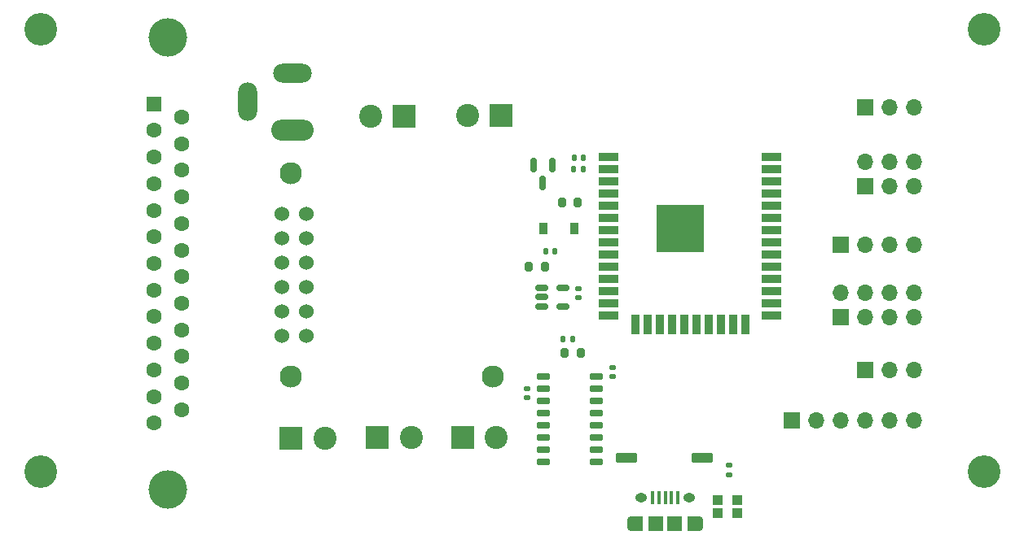
<source format=gbr>
%TF.GenerationSoftware,KiCad,Pcbnew,(6.0.0-0)*%
%TF.CreationDate,2022-09-25T22:14:04-04:00*%
%TF.ProjectId,Dome_Controller,446f6d65-5f43-46f6-9e74-726f6c6c6572,rev?*%
%TF.SameCoordinates,Original*%
%TF.FileFunction,Soldermask,Top*%
%TF.FilePolarity,Negative*%
%FSLAX46Y46*%
G04 Gerber Fmt 4.6, Leading zero omitted, Abs format (unit mm)*
G04 Created by KiCad (PCBNEW (6.0.0-0)) date 2022-09-25 22:14:04*
%MOMM*%
%LPD*%
G01*
G04 APERTURE LIST*
G04 Aperture macros list*
%AMRoundRect*
0 Rectangle with rounded corners*
0 $1 Rounding radius*
0 $2 $3 $4 $5 $6 $7 $8 $9 X,Y pos of 4 corners*
0 Add a 4 corners polygon primitive as box body*
4,1,4,$2,$3,$4,$5,$6,$7,$8,$9,$2,$3,0*
0 Add four circle primitives for the rounded corners*
1,1,$1+$1,$2,$3*
1,1,$1+$1,$4,$5*
1,1,$1+$1,$6,$7*
1,1,$1+$1,$8,$9*
0 Add four rect primitives between the rounded corners*
20,1,$1+$1,$2,$3,$4,$5,0*
20,1,$1+$1,$4,$5,$6,$7,0*
20,1,$1+$1,$6,$7,$8,$9,0*
20,1,$1+$1,$8,$9,$2,$3,0*%
G04 Aperture macros list end*
%ADD10R,1.600000X1.600000*%
%ADD11C,1.600000*%
%ADD12C,4.000000*%
%ADD13O,2.000000X4.000000*%
%ADD14O,4.000000X2.000000*%
%ADD15O,4.400000X2.200000*%
%ADD16O,1.700000X1.700000*%
%ADD17R,1.700000X1.700000*%
%ADD18R,2.400000X2.400000*%
%ADD19C,2.400000*%
%ADD20RoundRect,0.140000X0.170000X-0.140000X0.170000X0.140000X-0.170000X0.140000X-0.170000X-0.140000X0*%
%ADD21RoundRect,0.200000X-0.200000X-0.275000X0.200000X-0.275000X0.200000X0.275000X-0.200000X0.275000X0*%
%ADD22R,0.400000X1.350000*%
%ADD23R,1.500000X1.550000*%
%ADD24O,0.890000X1.550000*%
%ADD25O,1.250000X0.950000*%
%ADD26R,1.200000X1.550000*%
%ADD27R,2.000000X0.900000*%
%ADD28R,0.900000X2.000000*%
%ADD29R,5.000000X5.000000*%
%ADD30RoundRect,0.140000X0.140000X0.170000X-0.140000X0.170000X-0.140000X-0.170000X0.140000X-0.170000X0*%
%ADD31RoundRect,0.100000X1.000000X0.400000X-1.000000X0.400000X-1.000000X-0.400000X1.000000X-0.400000X0*%
%ADD32RoundRect,0.140000X-0.170000X0.140000X-0.170000X-0.140000X0.170000X-0.140000X0.170000X0.140000X0*%
%ADD33RoundRect,0.135000X-0.185000X0.135000X-0.185000X-0.135000X0.185000X-0.135000X0.185000X0.135000X0*%
%ADD34R,0.914400X1.219200*%
%ADD35C,3.400000*%
%ADD36R,1.000000X1.000000*%
%ADD37RoundRect,0.150000X-0.150000X0.587500X-0.150000X-0.587500X0.150000X-0.587500X0.150000X0.587500X0*%
%ADD38C,1.524000*%
%ADD39C,2.300000*%
%ADD40RoundRect,0.140000X-0.140000X-0.170000X0.140000X-0.170000X0.140000X0.170000X-0.140000X0.170000X0*%
%ADD41RoundRect,0.049600X-0.605400X-0.260400X0.605400X-0.260400X0.605400X0.260400X-0.605400X0.260400X0*%
%ADD42RoundRect,0.150000X-0.512500X-0.150000X0.512500X-0.150000X0.512500X0.150000X-0.512500X0.150000X0*%
%ADD43RoundRect,0.200000X0.200000X0.275000X-0.200000X0.275000X-0.200000X-0.275000X0.200000X-0.275000X0*%
G04 APERTURE END LIST*
D10*
%TO.C,J13*%
X61790000Y-64740000D03*
D11*
X61790000Y-67510000D03*
X61790000Y-70280000D03*
X61790000Y-73050000D03*
X61790000Y-75820000D03*
X61790000Y-78590000D03*
X61790000Y-81360000D03*
X61790000Y-84130000D03*
X61790000Y-86900000D03*
X61790000Y-89670000D03*
X61790000Y-92440000D03*
X61790000Y-95210000D03*
X61790000Y-97980000D03*
X64630000Y-66125000D03*
X64630000Y-68895000D03*
X64630000Y-71665000D03*
X64630000Y-74435000D03*
X64630000Y-77205000D03*
X64630000Y-79975000D03*
X64630000Y-82745000D03*
X64630000Y-85515000D03*
X64630000Y-88285000D03*
X64630000Y-91055000D03*
X64630000Y-93825000D03*
X64630000Y-96595000D03*
D12*
X63210000Y-104910000D03*
X63210000Y-57810000D03*
%TD*%
D13*
%TO.C,J14*%
X71485000Y-64515000D03*
D14*
X76185000Y-61515000D03*
D15*
X76185000Y-67515000D03*
%TD*%
D16*
%TO.C,J12*%
X140760000Y-79395000D03*
X138220000Y-79395000D03*
X135680000Y-79395000D03*
D17*
X133140000Y-79395000D03*
%TD*%
D16*
%TO.C,J11*%
X140730000Y-84415000D03*
X140730000Y-86955000D03*
X138190000Y-84415000D03*
X138190000Y-86955000D03*
X135650000Y-84415000D03*
X135650000Y-86955000D03*
X133110000Y-84415000D03*
D17*
X133110000Y-86955000D03*
%TD*%
D18*
%TO.C,J5*%
X87780000Y-66000000D03*
D19*
X84280000Y-66000000D03*
%TD*%
D20*
%TO.C,C4*%
X109420000Y-93120000D03*
X109420000Y-92160000D03*
%TD*%
D19*
%TO.C,J8*%
X88480000Y-99510000D03*
D18*
X84980000Y-99510000D03*
%TD*%
D21*
%TO.C,R2*%
X104165000Y-75030000D03*
X105815000Y-75030000D03*
%TD*%
%TO.C,R3*%
X100755000Y-81700000D03*
X102405000Y-81700000D03*
%TD*%
D22*
%TO.C,J1*%
X113600000Y-105750000D03*
X114250000Y-105750000D03*
X114900000Y-105750000D03*
X115550000Y-105750000D03*
X116200000Y-105750000D03*
D23*
X115900000Y-108450000D03*
D24*
X118400000Y-108450000D03*
D25*
X117400000Y-105750000D03*
D26*
X112000000Y-108450000D03*
D25*
X112400000Y-105750000D03*
D26*
X117800000Y-108450000D03*
D23*
X113900000Y-108450000D03*
D24*
X111400000Y-108450000D03*
%TD*%
D27*
%TO.C,U1*%
X108980000Y-70245000D03*
X108980000Y-71515000D03*
X108980000Y-72785000D03*
X108980000Y-74055000D03*
X108980000Y-75325000D03*
X108980000Y-76595000D03*
X108980000Y-77865000D03*
X108980000Y-79135000D03*
X108980000Y-80405000D03*
X108980000Y-81675000D03*
X108980000Y-82945000D03*
X108980000Y-84215000D03*
X108980000Y-85485000D03*
X108980000Y-86755000D03*
D28*
X111765000Y-87755000D03*
X113035000Y-87755000D03*
X114305000Y-87755000D03*
X115575000Y-87755000D03*
X116845000Y-87755000D03*
X118115000Y-87755000D03*
X119385000Y-87755000D03*
X120655000Y-87755000D03*
X121925000Y-87755000D03*
X123195000Y-87755000D03*
D27*
X125980000Y-86755000D03*
X125980000Y-85485000D03*
X125980000Y-84215000D03*
X125980000Y-82945000D03*
X125980000Y-81675000D03*
X125980000Y-80405000D03*
X125980000Y-79135000D03*
X125980000Y-77865000D03*
X125980000Y-76595000D03*
X125980000Y-75325000D03*
X125980000Y-74055000D03*
X125980000Y-72785000D03*
X125980000Y-71515000D03*
X125980000Y-70245000D03*
D29*
X116480000Y-77745000D03*
%TD*%
D30*
%TO.C,C3*%
X106350000Y-71550000D03*
X105390000Y-71550000D03*
%TD*%
%TO.C,C5*%
X103440000Y-80110000D03*
X102480000Y-80110000D03*
%TD*%
D18*
%TO.C,J9*%
X93850000Y-99510000D03*
D19*
X97350000Y-99510000D03*
%TD*%
D30*
%TO.C,C2*%
X106390000Y-70320000D03*
X105430000Y-70320000D03*
%TD*%
D31*
%TO.C,SW1*%
X118705000Y-101600000D03*
X110905000Y-101600000D03*
%TD*%
D32*
%TO.C,C7*%
X105870000Y-83990000D03*
X105870000Y-84950000D03*
%TD*%
D33*
%TO.C,R4*%
X121580000Y-102330000D03*
X121580000Y-103350000D03*
%TD*%
D34*
%TO.C,CR1*%
X105476800Y-77738500D03*
X102200200Y-77738500D03*
%TD*%
D35*
%TO.C,REF\u002A\u002A*%
X50000000Y-57000000D03*
%TD*%
D36*
%TO.C,L1*%
X122375000Y-107320000D03*
X122375000Y-106020000D03*
X120345000Y-106020000D03*
X120345000Y-107320000D03*
%TD*%
D16*
%TO.C,J3*%
X140770000Y-70800000D03*
X140770000Y-73340000D03*
X138230000Y-70800000D03*
X138230000Y-73340000D03*
X135690000Y-70800000D03*
D17*
X135690000Y-73340000D03*
%TD*%
D37*
%TO.C,U2*%
X103130000Y-71142500D03*
X101230000Y-71142500D03*
X102180000Y-73017500D03*
%TD*%
D35*
%TO.C,REF\u002A\u002A*%
X50000000Y-103000000D03*
%TD*%
D17*
%TO.C,J2*%
X128040000Y-97700000D03*
D16*
X130580000Y-97700000D03*
X133120000Y-97700000D03*
X135660000Y-97700000D03*
X138200000Y-97700000D03*
X140740000Y-97700000D03*
%TD*%
D20*
%TO.C,C6*%
X100520000Y-95330000D03*
X100520000Y-94370000D03*
%TD*%
D35*
%TO.C,REF\u002A\u002A*%
X148000000Y-103000000D03*
%TD*%
D16*
%TO.C,J4*%
X140770000Y-92450000D03*
X138230000Y-92450000D03*
D17*
X135690000Y-92450000D03*
%TD*%
D35*
%TO.C,REF\u002A\u002A*%
X148000000Y-57000000D03*
%TD*%
D16*
%TO.C,J10*%
X140770000Y-65070000D03*
X138230000Y-65070000D03*
D17*
X135690000Y-65070000D03*
%TD*%
D19*
%TO.C,J7*%
X79520000Y-99590000D03*
D18*
X76020000Y-99590000D03*
%TD*%
D38*
%TO.C,U6*%
X75035000Y-76185000D03*
X75035000Y-78725000D03*
X75035000Y-81265000D03*
X75035000Y-83805000D03*
X75035000Y-86345000D03*
X75035000Y-88885000D03*
X77575000Y-88885000D03*
X77575000Y-86345000D03*
X77575000Y-83805000D03*
X77575000Y-81265000D03*
X77575000Y-78725000D03*
X77575000Y-76185000D03*
D39*
X75965000Y-71935000D03*
X75965000Y-93135000D03*
X96965000Y-93135000D03*
%TD*%
D40*
%TO.C,C1*%
X104290000Y-89280000D03*
X105250000Y-89280000D03*
%TD*%
D41*
%TO.C,U4*%
X102245000Y-93155000D03*
X102245000Y-94425000D03*
X102245000Y-95695000D03*
X102245000Y-96965000D03*
X102245000Y-98235000D03*
X102245000Y-99505000D03*
X102245000Y-100775000D03*
X102245000Y-102045000D03*
X107745000Y-102045000D03*
X107745000Y-100775000D03*
X107745000Y-99505000D03*
X107745000Y-98235000D03*
X107745000Y-96965000D03*
X107745000Y-95695000D03*
X107745000Y-94425000D03*
X107745000Y-93155000D03*
%TD*%
D18*
%TO.C,J6*%
X97850000Y-65930000D03*
D19*
X94350000Y-65930000D03*
%TD*%
D42*
%TO.C,U3*%
X102032500Y-83920000D03*
X102032500Y-84870000D03*
X102032500Y-85820000D03*
X104307500Y-85820000D03*
X104307500Y-83920000D03*
%TD*%
D43*
%TO.C,R1*%
X106115000Y-90710000D03*
X104465000Y-90710000D03*
%TD*%
M02*

</source>
